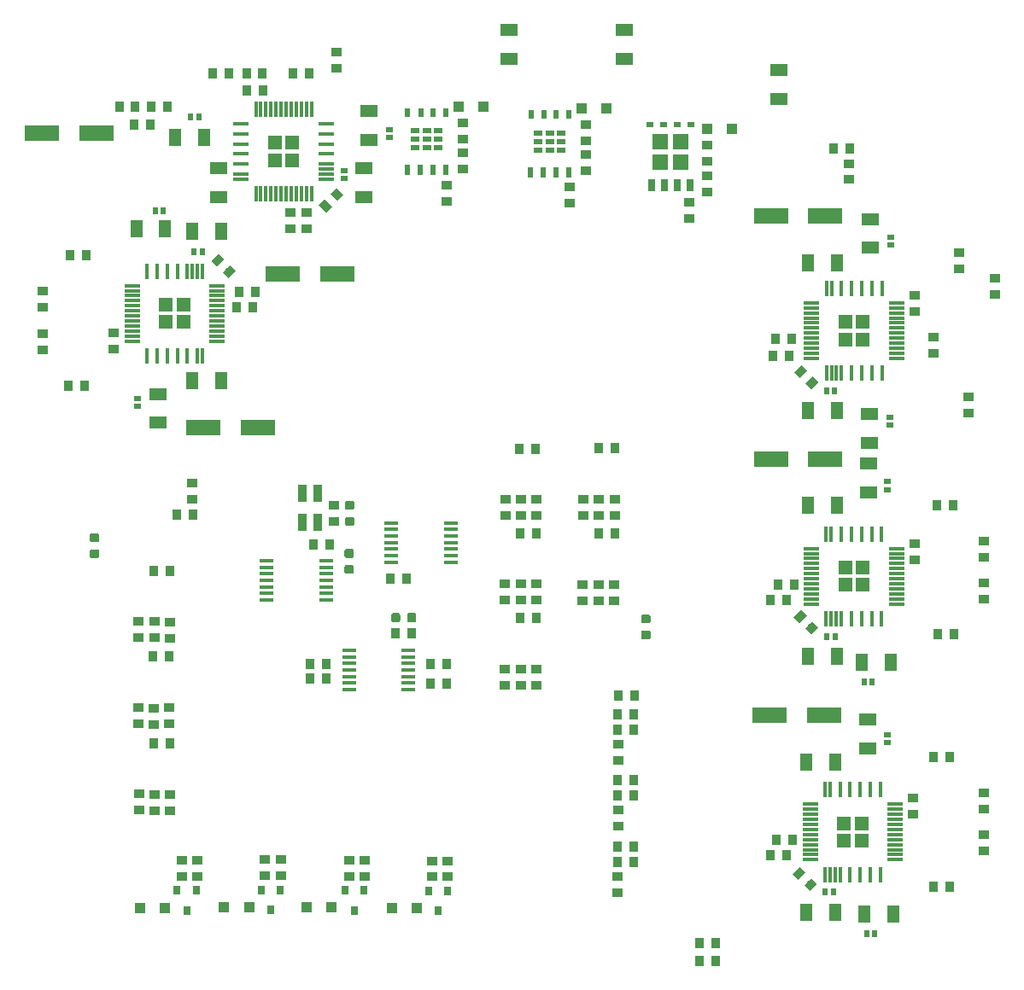
<source format=gtp>
%TF.GenerationSoftware,KiCad,Pcbnew,5.0.0-rc3-unknown-101b68b~65~ubuntu18.04.1*%
%TF.CreationDate,2018-07-10T22:47:36-07:00*%
%TF.ProjectId,PrntrBoardV1,50726E7472426F61726456312E6B6963,rev?*%
%TF.SameCoordinates,Original*%
%TF.FileFunction,Paste,Top*%
%TF.FilePolarity,Positive*%
%FSLAX46Y46*%
G04 Gerber Fmt 4.6, Leading zero omitted, Abs format (unit mm)*
G04 Created by KiCad (PCBNEW 5.0.0-rc3-unknown-101b68b~65~ubuntu18.04.1) date Tue Jul 10 22:47:36 2018*
%MOMM*%
%LPD*%
G01*
G04 APERTURE LIST*
%ADD10C,0.100000*%
%ADD11C,0.875000*%
%ADD12R,0.900000X1.750000*%
%ADD13R,1.500000X1.500000*%
%ADD14R,0.700000X0.500000*%
%ADD15R,0.650000X1.200000*%
%ADD16R,0.820000X1.000000*%
%ADD17R,1.000000X0.820000*%
%ADD18C,0.820000*%
%ADD19R,1.000000X1.000000*%
%ADD20R,0.575000X0.650000*%
%ADD21R,0.650000X0.575000*%
%ADD22R,1.800000X1.220000*%
%ADD23R,1.500000X0.300000*%
%ADD24R,0.300000X1.500000*%
%ADD25R,1.350000X1.350000*%
%ADD26R,3.500000X1.600000*%
%ADD27R,1.220000X1.800000*%
%ADD28R,1.450000X0.450000*%
%ADD29R,0.800000X0.900000*%
%ADD30R,0.900000X0.600000*%
%ADD31R,0.600000X0.900000*%
%ADD32R,0.600000X1.050000*%
G04 APERTURE END LIST*
D10*
G36*
X52927691Y-69488553D02*
X52948926Y-69491703D01*
X52969750Y-69496919D01*
X52989962Y-69504151D01*
X53009368Y-69513330D01*
X53027781Y-69524366D01*
X53045024Y-69537154D01*
X53060930Y-69551570D01*
X53075346Y-69567476D01*
X53088134Y-69584719D01*
X53099170Y-69603132D01*
X53108349Y-69622538D01*
X53115581Y-69642750D01*
X53120797Y-69663574D01*
X53123947Y-69684809D01*
X53125000Y-69706250D01*
X53125000Y-70143750D01*
X53123947Y-70165191D01*
X53120797Y-70186426D01*
X53115581Y-70207250D01*
X53108349Y-70227462D01*
X53099170Y-70246868D01*
X53088134Y-70265281D01*
X53075346Y-70282524D01*
X53060930Y-70298430D01*
X53045024Y-70312846D01*
X53027781Y-70325634D01*
X53009368Y-70336670D01*
X52989962Y-70345849D01*
X52969750Y-70353081D01*
X52948926Y-70358297D01*
X52927691Y-70361447D01*
X52906250Y-70362500D01*
X52393750Y-70362500D01*
X52372309Y-70361447D01*
X52351074Y-70358297D01*
X52330250Y-70353081D01*
X52310038Y-70345849D01*
X52290632Y-70336670D01*
X52272219Y-70325634D01*
X52254976Y-70312846D01*
X52239070Y-70298430D01*
X52224654Y-70282524D01*
X52211866Y-70265281D01*
X52200830Y-70246868D01*
X52191651Y-70227462D01*
X52184419Y-70207250D01*
X52179203Y-70186426D01*
X52176053Y-70165191D01*
X52175000Y-70143750D01*
X52175000Y-69706250D01*
X52176053Y-69684809D01*
X52179203Y-69663574D01*
X52184419Y-69642750D01*
X52191651Y-69622538D01*
X52200830Y-69603132D01*
X52211866Y-69584719D01*
X52224654Y-69567476D01*
X52239070Y-69551570D01*
X52254976Y-69537154D01*
X52272219Y-69524366D01*
X52290632Y-69513330D01*
X52310038Y-69504151D01*
X52330250Y-69496919D01*
X52351074Y-69491703D01*
X52372309Y-69488553D01*
X52393750Y-69487500D01*
X52906250Y-69487500D01*
X52927691Y-69488553D01*
X52927691Y-69488553D01*
G37*
D11*
X52650000Y-69925000D03*
D10*
G36*
X52927691Y-67913553D02*
X52948926Y-67916703D01*
X52969750Y-67921919D01*
X52989962Y-67929151D01*
X53009368Y-67938330D01*
X53027781Y-67949366D01*
X53045024Y-67962154D01*
X53060930Y-67976570D01*
X53075346Y-67992476D01*
X53088134Y-68009719D01*
X53099170Y-68028132D01*
X53108349Y-68047538D01*
X53115581Y-68067750D01*
X53120797Y-68088574D01*
X53123947Y-68109809D01*
X53125000Y-68131250D01*
X53125000Y-68568750D01*
X53123947Y-68590191D01*
X53120797Y-68611426D01*
X53115581Y-68632250D01*
X53108349Y-68652462D01*
X53099170Y-68671868D01*
X53088134Y-68690281D01*
X53075346Y-68707524D01*
X53060930Y-68723430D01*
X53045024Y-68737846D01*
X53027781Y-68750634D01*
X53009368Y-68761670D01*
X52989962Y-68770849D01*
X52969750Y-68778081D01*
X52948926Y-68783297D01*
X52927691Y-68786447D01*
X52906250Y-68787500D01*
X52393750Y-68787500D01*
X52372309Y-68786447D01*
X52351074Y-68783297D01*
X52330250Y-68778081D01*
X52310038Y-68770849D01*
X52290632Y-68761670D01*
X52272219Y-68750634D01*
X52254976Y-68737846D01*
X52239070Y-68723430D01*
X52224654Y-68707524D01*
X52211866Y-68690281D01*
X52200830Y-68671868D01*
X52191651Y-68652462D01*
X52184419Y-68632250D01*
X52179203Y-68611426D01*
X52176053Y-68590191D01*
X52175000Y-68568750D01*
X52175000Y-68131250D01*
X52176053Y-68109809D01*
X52179203Y-68088574D01*
X52184419Y-68067750D01*
X52191651Y-68047538D01*
X52200830Y-68028132D01*
X52211866Y-68009719D01*
X52224654Y-67992476D01*
X52239070Y-67976570D01*
X52254976Y-67962154D01*
X52272219Y-67949366D01*
X52290632Y-67938330D01*
X52310038Y-67929151D01*
X52330250Y-67921919D01*
X52351074Y-67916703D01*
X52372309Y-67913553D01*
X52393750Y-67912500D01*
X52906250Y-67912500D01*
X52927691Y-67913553D01*
X52927691Y-67913553D01*
G37*
D11*
X52650000Y-68350000D03*
D10*
G36*
X52877691Y-74263553D02*
X52898926Y-74266703D01*
X52919750Y-74271919D01*
X52939962Y-74279151D01*
X52959368Y-74288330D01*
X52977781Y-74299366D01*
X52995024Y-74312154D01*
X53010930Y-74326570D01*
X53025346Y-74342476D01*
X53038134Y-74359719D01*
X53049170Y-74378132D01*
X53058349Y-74397538D01*
X53065581Y-74417750D01*
X53070797Y-74438574D01*
X53073947Y-74459809D01*
X53075000Y-74481250D01*
X53075000Y-74918750D01*
X53073947Y-74940191D01*
X53070797Y-74961426D01*
X53065581Y-74982250D01*
X53058349Y-75002462D01*
X53049170Y-75021868D01*
X53038134Y-75040281D01*
X53025346Y-75057524D01*
X53010930Y-75073430D01*
X52995024Y-75087846D01*
X52977781Y-75100634D01*
X52959368Y-75111670D01*
X52939962Y-75120849D01*
X52919750Y-75128081D01*
X52898926Y-75133297D01*
X52877691Y-75136447D01*
X52856250Y-75137500D01*
X52343750Y-75137500D01*
X52322309Y-75136447D01*
X52301074Y-75133297D01*
X52280250Y-75128081D01*
X52260038Y-75120849D01*
X52240632Y-75111670D01*
X52222219Y-75100634D01*
X52204976Y-75087846D01*
X52189070Y-75073430D01*
X52174654Y-75057524D01*
X52161866Y-75040281D01*
X52150830Y-75021868D01*
X52141651Y-75002462D01*
X52134419Y-74982250D01*
X52129203Y-74961426D01*
X52126053Y-74940191D01*
X52125000Y-74918750D01*
X52125000Y-74481250D01*
X52126053Y-74459809D01*
X52129203Y-74438574D01*
X52134419Y-74417750D01*
X52141651Y-74397538D01*
X52150830Y-74378132D01*
X52161866Y-74359719D01*
X52174654Y-74342476D01*
X52189070Y-74326570D01*
X52204976Y-74312154D01*
X52222219Y-74299366D01*
X52240632Y-74288330D01*
X52260038Y-74279151D01*
X52280250Y-74271919D01*
X52301074Y-74266703D01*
X52322309Y-74263553D01*
X52343750Y-74262500D01*
X52856250Y-74262500D01*
X52877691Y-74263553D01*
X52877691Y-74263553D01*
G37*
D11*
X52600000Y-74700000D03*
D10*
G36*
X52877691Y-72688553D02*
X52898926Y-72691703D01*
X52919750Y-72696919D01*
X52939962Y-72704151D01*
X52959368Y-72713330D01*
X52977781Y-72724366D01*
X52995024Y-72737154D01*
X53010930Y-72751570D01*
X53025346Y-72767476D01*
X53038134Y-72784719D01*
X53049170Y-72803132D01*
X53058349Y-72822538D01*
X53065581Y-72842750D01*
X53070797Y-72863574D01*
X53073947Y-72884809D01*
X53075000Y-72906250D01*
X53075000Y-73343750D01*
X53073947Y-73365191D01*
X53070797Y-73386426D01*
X53065581Y-73407250D01*
X53058349Y-73427462D01*
X53049170Y-73446868D01*
X53038134Y-73465281D01*
X53025346Y-73482524D01*
X53010930Y-73498430D01*
X52995024Y-73512846D01*
X52977781Y-73525634D01*
X52959368Y-73536670D01*
X52939962Y-73545849D01*
X52919750Y-73553081D01*
X52898926Y-73558297D01*
X52877691Y-73561447D01*
X52856250Y-73562500D01*
X52343750Y-73562500D01*
X52322309Y-73561447D01*
X52301074Y-73558297D01*
X52280250Y-73553081D01*
X52260038Y-73545849D01*
X52240632Y-73536670D01*
X52222219Y-73525634D01*
X52204976Y-73512846D01*
X52189070Y-73498430D01*
X52174654Y-73482524D01*
X52161866Y-73465281D01*
X52150830Y-73446868D01*
X52141651Y-73427462D01*
X52134419Y-73407250D01*
X52129203Y-73386426D01*
X52126053Y-73365191D01*
X52125000Y-73343750D01*
X52125000Y-72906250D01*
X52126053Y-72884809D01*
X52129203Y-72863574D01*
X52134419Y-72842750D01*
X52141651Y-72822538D01*
X52150830Y-72803132D01*
X52161866Y-72784719D01*
X52174654Y-72767476D01*
X52189070Y-72751570D01*
X52204976Y-72737154D01*
X52222219Y-72724366D01*
X52240632Y-72713330D01*
X52260038Y-72704151D01*
X52280250Y-72696919D01*
X52301074Y-72691703D01*
X52322309Y-72688553D01*
X52343750Y-72687500D01*
X52856250Y-72687500D01*
X52877691Y-72688553D01*
X52877691Y-72688553D01*
G37*
D11*
X52600000Y-73125000D03*
D10*
G36*
X59027691Y-79026053D02*
X59048926Y-79029203D01*
X59069750Y-79034419D01*
X59089962Y-79041651D01*
X59109368Y-79050830D01*
X59127781Y-79061866D01*
X59145024Y-79074654D01*
X59160930Y-79089070D01*
X59175346Y-79104976D01*
X59188134Y-79122219D01*
X59199170Y-79140632D01*
X59208349Y-79160038D01*
X59215581Y-79180250D01*
X59220797Y-79201074D01*
X59223947Y-79222309D01*
X59225000Y-79243750D01*
X59225000Y-79756250D01*
X59223947Y-79777691D01*
X59220797Y-79798926D01*
X59215581Y-79819750D01*
X59208349Y-79839962D01*
X59199170Y-79859368D01*
X59188134Y-79877781D01*
X59175346Y-79895024D01*
X59160930Y-79910930D01*
X59145024Y-79925346D01*
X59127781Y-79938134D01*
X59109368Y-79949170D01*
X59089962Y-79958349D01*
X59069750Y-79965581D01*
X59048926Y-79970797D01*
X59027691Y-79973947D01*
X59006250Y-79975000D01*
X58568750Y-79975000D01*
X58547309Y-79973947D01*
X58526074Y-79970797D01*
X58505250Y-79965581D01*
X58485038Y-79958349D01*
X58465632Y-79949170D01*
X58447219Y-79938134D01*
X58429976Y-79925346D01*
X58414070Y-79910930D01*
X58399654Y-79895024D01*
X58386866Y-79877781D01*
X58375830Y-79859368D01*
X58366651Y-79839962D01*
X58359419Y-79819750D01*
X58354203Y-79798926D01*
X58351053Y-79777691D01*
X58350000Y-79756250D01*
X58350000Y-79243750D01*
X58351053Y-79222309D01*
X58354203Y-79201074D01*
X58359419Y-79180250D01*
X58366651Y-79160038D01*
X58375830Y-79140632D01*
X58386866Y-79122219D01*
X58399654Y-79104976D01*
X58414070Y-79089070D01*
X58429976Y-79074654D01*
X58447219Y-79061866D01*
X58465632Y-79050830D01*
X58485038Y-79041651D01*
X58505250Y-79034419D01*
X58526074Y-79029203D01*
X58547309Y-79026053D01*
X58568750Y-79025000D01*
X59006250Y-79025000D01*
X59027691Y-79026053D01*
X59027691Y-79026053D01*
G37*
D11*
X58787500Y-79500000D03*
D10*
G36*
X57452691Y-79026053D02*
X57473926Y-79029203D01*
X57494750Y-79034419D01*
X57514962Y-79041651D01*
X57534368Y-79050830D01*
X57552781Y-79061866D01*
X57570024Y-79074654D01*
X57585930Y-79089070D01*
X57600346Y-79104976D01*
X57613134Y-79122219D01*
X57624170Y-79140632D01*
X57633349Y-79160038D01*
X57640581Y-79180250D01*
X57645797Y-79201074D01*
X57648947Y-79222309D01*
X57650000Y-79243750D01*
X57650000Y-79756250D01*
X57648947Y-79777691D01*
X57645797Y-79798926D01*
X57640581Y-79819750D01*
X57633349Y-79839962D01*
X57624170Y-79859368D01*
X57613134Y-79877781D01*
X57600346Y-79895024D01*
X57585930Y-79910930D01*
X57570024Y-79925346D01*
X57552781Y-79938134D01*
X57534368Y-79949170D01*
X57514962Y-79958349D01*
X57494750Y-79965581D01*
X57473926Y-79970797D01*
X57452691Y-79973947D01*
X57431250Y-79975000D01*
X56993750Y-79975000D01*
X56972309Y-79973947D01*
X56951074Y-79970797D01*
X56930250Y-79965581D01*
X56910038Y-79958349D01*
X56890632Y-79949170D01*
X56872219Y-79938134D01*
X56854976Y-79925346D01*
X56839070Y-79910930D01*
X56824654Y-79895024D01*
X56811866Y-79877781D01*
X56800830Y-79859368D01*
X56791651Y-79839962D01*
X56784419Y-79819750D01*
X56779203Y-79798926D01*
X56776053Y-79777691D01*
X56775000Y-79756250D01*
X56775000Y-79243750D01*
X56776053Y-79222309D01*
X56779203Y-79201074D01*
X56784419Y-79180250D01*
X56791651Y-79160038D01*
X56800830Y-79140632D01*
X56811866Y-79122219D01*
X56824654Y-79104976D01*
X56839070Y-79089070D01*
X56854976Y-79074654D01*
X56872219Y-79061866D01*
X56890632Y-79050830D01*
X56910038Y-79041651D01*
X56930250Y-79034419D01*
X56951074Y-79029203D01*
X56972309Y-79026053D01*
X56993750Y-79025000D01*
X57431250Y-79025000D01*
X57452691Y-79026053D01*
X57452691Y-79026053D01*
G37*
D11*
X57212500Y-79500000D03*
D12*
X49479500Y-70030000D03*
X49479500Y-67130000D03*
X47929500Y-67130000D03*
X47929500Y-70030000D03*
D13*
X83455000Y-34271200D03*
X85455000Y-34271200D03*
X85455000Y-32271200D03*
X83455000Y-32271200D03*
D14*
X82455000Y-30596200D03*
X83790000Y-30596200D03*
X85120000Y-30596200D03*
X86455000Y-30596200D03*
D15*
X82550000Y-36596200D03*
X83820000Y-36596200D03*
X85090000Y-36596200D03*
X86360000Y-36596200D03*
D10*
G36*
X27627691Y-72713553D02*
X27648926Y-72716703D01*
X27669750Y-72721919D01*
X27689962Y-72729151D01*
X27709368Y-72738330D01*
X27727781Y-72749366D01*
X27745024Y-72762154D01*
X27760930Y-72776570D01*
X27775346Y-72792476D01*
X27788134Y-72809719D01*
X27799170Y-72828132D01*
X27808349Y-72847538D01*
X27815581Y-72867750D01*
X27820797Y-72888574D01*
X27823947Y-72909809D01*
X27825000Y-72931250D01*
X27825000Y-73368750D01*
X27823947Y-73390191D01*
X27820797Y-73411426D01*
X27815581Y-73432250D01*
X27808349Y-73452462D01*
X27799170Y-73471868D01*
X27788134Y-73490281D01*
X27775346Y-73507524D01*
X27760930Y-73523430D01*
X27745024Y-73537846D01*
X27727781Y-73550634D01*
X27709368Y-73561670D01*
X27689962Y-73570849D01*
X27669750Y-73578081D01*
X27648926Y-73583297D01*
X27627691Y-73586447D01*
X27606250Y-73587500D01*
X27093750Y-73587500D01*
X27072309Y-73586447D01*
X27051074Y-73583297D01*
X27030250Y-73578081D01*
X27010038Y-73570849D01*
X26990632Y-73561670D01*
X26972219Y-73550634D01*
X26954976Y-73537846D01*
X26939070Y-73523430D01*
X26924654Y-73507524D01*
X26911866Y-73490281D01*
X26900830Y-73471868D01*
X26891651Y-73452462D01*
X26884419Y-73432250D01*
X26879203Y-73411426D01*
X26876053Y-73390191D01*
X26875000Y-73368750D01*
X26875000Y-72931250D01*
X26876053Y-72909809D01*
X26879203Y-72888574D01*
X26884419Y-72867750D01*
X26891651Y-72847538D01*
X26900830Y-72828132D01*
X26911866Y-72809719D01*
X26924654Y-72792476D01*
X26939070Y-72776570D01*
X26954976Y-72762154D01*
X26972219Y-72749366D01*
X26990632Y-72738330D01*
X27010038Y-72729151D01*
X27030250Y-72721919D01*
X27051074Y-72716703D01*
X27072309Y-72713553D01*
X27093750Y-72712500D01*
X27606250Y-72712500D01*
X27627691Y-72713553D01*
X27627691Y-72713553D01*
G37*
D11*
X27350000Y-73150000D03*
D10*
G36*
X27627691Y-71138553D02*
X27648926Y-71141703D01*
X27669750Y-71146919D01*
X27689962Y-71154151D01*
X27709368Y-71163330D01*
X27727781Y-71174366D01*
X27745024Y-71187154D01*
X27760930Y-71201570D01*
X27775346Y-71217476D01*
X27788134Y-71234719D01*
X27799170Y-71253132D01*
X27808349Y-71272538D01*
X27815581Y-71292750D01*
X27820797Y-71313574D01*
X27823947Y-71334809D01*
X27825000Y-71356250D01*
X27825000Y-71793750D01*
X27823947Y-71815191D01*
X27820797Y-71836426D01*
X27815581Y-71857250D01*
X27808349Y-71877462D01*
X27799170Y-71896868D01*
X27788134Y-71915281D01*
X27775346Y-71932524D01*
X27760930Y-71948430D01*
X27745024Y-71962846D01*
X27727781Y-71975634D01*
X27709368Y-71986670D01*
X27689962Y-71995849D01*
X27669750Y-72003081D01*
X27648926Y-72008297D01*
X27627691Y-72011447D01*
X27606250Y-72012500D01*
X27093750Y-72012500D01*
X27072309Y-72011447D01*
X27051074Y-72008297D01*
X27030250Y-72003081D01*
X27010038Y-71995849D01*
X26990632Y-71986670D01*
X26972219Y-71975634D01*
X26954976Y-71962846D01*
X26939070Y-71948430D01*
X26924654Y-71932524D01*
X26911866Y-71915281D01*
X26900830Y-71896868D01*
X26891651Y-71877462D01*
X26884419Y-71857250D01*
X26879203Y-71836426D01*
X26876053Y-71815191D01*
X26875000Y-71793750D01*
X26875000Y-71356250D01*
X26876053Y-71334809D01*
X26879203Y-71313574D01*
X26884419Y-71292750D01*
X26891651Y-71272538D01*
X26900830Y-71253132D01*
X26911866Y-71234719D01*
X26924654Y-71217476D01*
X26939070Y-71201570D01*
X26954976Y-71187154D01*
X26972219Y-71174366D01*
X26990632Y-71163330D01*
X27010038Y-71154151D01*
X27030250Y-71146919D01*
X27051074Y-71141703D01*
X27072309Y-71138553D01*
X27093750Y-71137500D01*
X27606250Y-71137500D01*
X27627691Y-71138553D01*
X27627691Y-71138553D01*
G37*
D11*
X27350000Y-71575000D03*
D10*
G36*
X82277691Y-80763553D02*
X82298926Y-80766703D01*
X82319750Y-80771919D01*
X82339962Y-80779151D01*
X82359368Y-80788330D01*
X82377781Y-80799366D01*
X82395024Y-80812154D01*
X82410930Y-80826570D01*
X82425346Y-80842476D01*
X82438134Y-80859719D01*
X82449170Y-80878132D01*
X82458349Y-80897538D01*
X82465581Y-80917750D01*
X82470797Y-80938574D01*
X82473947Y-80959809D01*
X82475000Y-80981250D01*
X82475000Y-81418750D01*
X82473947Y-81440191D01*
X82470797Y-81461426D01*
X82465581Y-81482250D01*
X82458349Y-81502462D01*
X82449170Y-81521868D01*
X82438134Y-81540281D01*
X82425346Y-81557524D01*
X82410930Y-81573430D01*
X82395024Y-81587846D01*
X82377781Y-81600634D01*
X82359368Y-81611670D01*
X82339962Y-81620849D01*
X82319750Y-81628081D01*
X82298926Y-81633297D01*
X82277691Y-81636447D01*
X82256250Y-81637500D01*
X81743750Y-81637500D01*
X81722309Y-81636447D01*
X81701074Y-81633297D01*
X81680250Y-81628081D01*
X81660038Y-81620849D01*
X81640632Y-81611670D01*
X81622219Y-81600634D01*
X81604976Y-81587846D01*
X81589070Y-81573430D01*
X81574654Y-81557524D01*
X81561866Y-81540281D01*
X81550830Y-81521868D01*
X81541651Y-81502462D01*
X81534419Y-81482250D01*
X81529203Y-81461426D01*
X81526053Y-81440191D01*
X81525000Y-81418750D01*
X81525000Y-80981250D01*
X81526053Y-80959809D01*
X81529203Y-80938574D01*
X81534419Y-80917750D01*
X81541651Y-80897538D01*
X81550830Y-80878132D01*
X81561866Y-80859719D01*
X81574654Y-80842476D01*
X81589070Y-80826570D01*
X81604976Y-80812154D01*
X81622219Y-80799366D01*
X81640632Y-80788330D01*
X81660038Y-80779151D01*
X81680250Y-80771919D01*
X81701074Y-80766703D01*
X81722309Y-80763553D01*
X81743750Y-80762500D01*
X82256250Y-80762500D01*
X82277691Y-80763553D01*
X82277691Y-80763553D01*
G37*
D11*
X82000000Y-81200000D03*
D10*
G36*
X82277691Y-79188553D02*
X82298926Y-79191703D01*
X82319750Y-79196919D01*
X82339962Y-79204151D01*
X82359368Y-79213330D01*
X82377781Y-79224366D01*
X82395024Y-79237154D01*
X82410930Y-79251570D01*
X82425346Y-79267476D01*
X82438134Y-79284719D01*
X82449170Y-79303132D01*
X82458349Y-79322538D01*
X82465581Y-79342750D01*
X82470797Y-79363574D01*
X82473947Y-79384809D01*
X82475000Y-79406250D01*
X82475000Y-79843750D01*
X82473947Y-79865191D01*
X82470797Y-79886426D01*
X82465581Y-79907250D01*
X82458349Y-79927462D01*
X82449170Y-79946868D01*
X82438134Y-79965281D01*
X82425346Y-79982524D01*
X82410930Y-79998430D01*
X82395024Y-80012846D01*
X82377781Y-80025634D01*
X82359368Y-80036670D01*
X82339962Y-80045849D01*
X82319750Y-80053081D01*
X82298926Y-80058297D01*
X82277691Y-80061447D01*
X82256250Y-80062500D01*
X81743750Y-80062500D01*
X81722309Y-80061447D01*
X81701074Y-80058297D01*
X81680250Y-80053081D01*
X81660038Y-80045849D01*
X81640632Y-80036670D01*
X81622219Y-80025634D01*
X81604976Y-80012846D01*
X81589070Y-79998430D01*
X81574654Y-79982524D01*
X81561866Y-79965281D01*
X81550830Y-79946868D01*
X81541651Y-79927462D01*
X81534419Y-79907250D01*
X81529203Y-79886426D01*
X81526053Y-79865191D01*
X81525000Y-79843750D01*
X81525000Y-79406250D01*
X81526053Y-79384809D01*
X81529203Y-79363574D01*
X81534419Y-79342750D01*
X81541651Y-79322538D01*
X81550830Y-79303132D01*
X81561866Y-79284719D01*
X81574654Y-79267476D01*
X81589070Y-79251570D01*
X81604976Y-79237154D01*
X81622219Y-79224366D01*
X81640632Y-79213330D01*
X81660038Y-79204151D01*
X81680250Y-79196919D01*
X81701074Y-79191703D01*
X81722309Y-79188553D01*
X81743750Y-79187500D01*
X82256250Y-79187500D01*
X82277691Y-79188553D01*
X82277691Y-79188553D01*
G37*
D11*
X82000000Y-79625000D03*
D16*
X35519400Y-69292600D03*
X37119400Y-69292600D03*
D17*
X37043400Y-66168600D03*
X37043400Y-67768600D03*
D16*
X100596800Y-32918400D03*
X102196800Y-32918400D03*
X32850000Y-30600000D03*
X31250000Y-30600000D03*
X88950800Y-113588800D03*
X87350800Y-113588800D03*
X87350600Y-111785400D03*
X88950600Y-111785400D03*
X34600000Y-28800000D03*
X33000000Y-28800000D03*
D17*
X102133400Y-34429800D03*
X102133400Y-36029800D03*
D18*
X97217430Y-104837430D03*
D10*
G36*
X97860897Y-104773790D02*
X97153790Y-105480897D01*
X96573963Y-104901070D01*
X97281070Y-104193963D01*
X97860897Y-104773790D01*
X97860897Y-104773790D01*
G37*
D18*
X98348800Y-105968800D03*
D10*
G36*
X98992267Y-105905160D02*
X98285160Y-106612267D01*
X97705333Y-106032440D01*
X98412440Y-105325333D01*
X98992267Y-105905160D01*
X98992267Y-105905160D01*
G37*
D17*
X51117500Y-68326000D03*
X51117500Y-69926000D03*
D16*
X50350000Y-84050000D03*
X48750000Y-84050000D03*
X60650000Y-86000000D03*
X62250000Y-86000000D03*
X50350000Y-85550000D03*
X48750000Y-85550000D03*
X60650000Y-84050000D03*
X62250000Y-84050000D03*
D19*
X88076400Y-30962600D03*
X90576400Y-30962600D03*
X63410600Y-28778200D03*
X65910600Y-28778200D03*
X75615300Y-28930600D03*
X78115300Y-28930600D03*
X34327500Y-108267500D03*
X31827500Y-108267500D03*
X50837500Y-108204000D03*
X48337500Y-108204000D03*
X42668500Y-108204000D03*
X40168500Y-108204000D03*
X59310000Y-108317500D03*
X56810000Y-108317500D03*
D20*
X38017500Y-43180000D03*
X37242500Y-43180000D03*
X36892100Y-29842400D03*
X37667100Y-29842400D03*
D21*
X106172000Y-60369500D03*
X106172000Y-59594500D03*
X106299000Y-41738500D03*
X106299000Y-42513500D03*
D20*
X104413100Y-85852000D03*
X103638100Y-85852000D03*
D21*
X105968800Y-66008100D03*
X105968800Y-66783100D03*
X56570800Y-31093300D03*
X56570800Y-31868300D03*
D20*
X99802900Y-106730800D03*
X100577900Y-106730800D03*
X104717900Y-110845600D03*
X103942900Y-110845600D03*
D21*
X31597600Y-58489900D03*
X31597600Y-57714900D03*
X105968800Y-91116100D03*
X105968800Y-91891100D03*
D20*
X99955300Y-56997600D03*
X100730300Y-56997600D03*
X99980500Y-81381600D03*
X100755500Y-81381600D03*
X33375000Y-39100000D03*
X34150000Y-39100000D03*
D21*
X52100400Y-35932300D03*
X52100400Y-35157300D03*
D22*
X68453000Y-24043600D03*
X68453000Y-21183600D03*
X95199200Y-28031400D03*
X95199200Y-25171400D03*
X79883000Y-24018200D03*
X79883000Y-21158200D03*
D23*
X106704599Y-103507300D03*
X106704599Y-103007300D03*
X106704599Y-102507300D03*
X106704599Y-102007300D03*
X106704599Y-101507300D03*
X106704599Y-101007300D03*
X106704599Y-100507300D03*
X106704599Y-100007300D03*
X106704599Y-99507300D03*
X106704599Y-99007300D03*
X106704599Y-98507300D03*
X106704599Y-98007300D03*
D24*
X105254599Y-96557300D03*
X104254599Y-96557300D03*
X103254599Y-96557300D03*
X102254599Y-96557300D03*
X101254599Y-96557300D03*
X100254599Y-96557300D03*
X99754599Y-96557300D03*
D23*
X98304599Y-98007300D03*
X98304599Y-98507300D03*
X98304599Y-99007300D03*
X98304599Y-99507300D03*
X98304599Y-100007300D03*
X98304599Y-100507300D03*
X98304599Y-101007300D03*
X98304599Y-101507300D03*
X98304599Y-102007300D03*
X98304599Y-102507300D03*
X98304599Y-103007300D03*
X98304599Y-103507300D03*
D24*
X99754599Y-104957300D03*
X100254599Y-104957300D03*
X100754599Y-104957300D03*
X101254599Y-104957300D03*
X102254599Y-104957300D03*
X103254599Y-104957300D03*
X104254599Y-104957300D03*
X105254599Y-104957300D03*
D25*
X101629599Y-99882300D03*
X101629599Y-101632300D03*
X103379599Y-99882300D03*
X103379599Y-101632300D03*
D23*
X31106201Y-46546700D03*
X31106201Y-47046700D03*
X31106201Y-47546700D03*
X31106201Y-48046700D03*
X31106201Y-48546700D03*
X31106201Y-49046700D03*
X31106201Y-49546700D03*
X31106201Y-50046700D03*
X31106201Y-50546700D03*
X31106201Y-51046700D03*
X31106201Y-51546700D03*
X31106201Y-52046700D03*
D24*
X32556201Y-53496700D03*
X33556201Y-53496700D03*
X34556201Y-53496700D03*
X35556201Y-53496700D03*
X36556201Y-53496700D03*
X37556201Y-53496700D03*
X38056201Y-53496700D03*
D23*
X39506201Y-52046700D03*
X39506201Y-51546700D03*
X39506201Y-51046700D03*
X39506201Y-50546700D03*
X39506201Y-50046700D03*
X39506201Y-49546700D03*
X39506201Y-49046700D03*
X39506201Y-48546700D03*
X39506201Y-48046700D03*
X39506201Y-47546700D03*
X39506201Y-47046700D03*
X39506201Y-46546700D03*
D24*
X38056201Y-45096700D03*
X37556201Y-45096700D03*
X37056201Y-45096700D03*
X36556201Y-45096700D03*
X35556201Y-45096700D03*
X34556201Y-45096700D03*
X33556201Y-45096700D03*
X32556201Y-45096700D03*
D25*
X36181201Y-50171700D03*
X36181201Y-48421700D03*
X34431201Y-50171700D03*
X34431201Y-48421700D03*
D23*
X106843399Y-78127300D03*
X106843399Y-77627300D03*
X106843399Y-77127300D03*
X106843399Y-76627300D03*
X106843399Y-76127300D03*
X106843399Y-75627300D03*
X106843399Y-75127300D03*
X106843399Y-74627300D03*
X106843399Y-74127300D03*
X106843399Y-73627300D03*
X106843399Y-73127300D03*
X106843399Y-72627300D03*
D24*
X105393399Y-71177300D03*
X104393399Y-71177300D03*
X103393399Y-71177300D03*
X102393399Y-71177300D03*
X101393399Y-71177300D03*
X100393399Y-71177300D03*
X99893399Y-71177300D03*
D23*
X98443399Y-72627300D03*
X98443399Y-73127300D03*
X98443399Y-73627300D03*
X98443399Y-74127300D03*
X98443399Y-74627300D03*
X98443399Y-75127300D03*
X98443399Y-75627300D03*
X98443399Y-76127300D03*
X98443399Y-76627300D03*
X98443399Y-77127300D03*
X98443399Y-77627300D03*
X98443399Y-78127300D03*
D24*
X99893399Y-79577300D03*
X100393399Y-79577300D03*
X100893399Y-79577300D03*
X101393399Y-79577300D03*
X102393399Y-79577300D03*
X103393399Y-79577300D03*
X104393399Y-79577300D03*
X105393399Y-79577300D03*
D25*
X101768399Y-74502300D03*
X101768399Y-76252300D03*
X103518399Y-74502300D03*
X103518399Y-76252300D03*
D23*
X106856999Y-53754500D03*
X106856999Y-53254500D03*
X106856999Y-52754500D03*
X106856999Y-52254500D03*
X106856999Y-51754500D03*
X106856999Y-51254500D03*
X106856999Y-50754500D03*
X106856999Y-50254500D03*
X106856999Y-49754500D03*
X106856999Y-49254500D03*
X106856999Y-48754500D03*
X106856999Y-48254500D03*
D24*
X105406999Y-46804500D03*
X104406999Y-46804500D03*
X103406999Y-46804500D03*
X102406999Y-46804500D03*
X101406999Y-46804500D03*
X100406999Y-46804500D03*
X99906999Y-46804500D03*
D23*
X98456999Y-48254500D03*
X98456999Y-48754500D03*
X98456999Y-49254500D03*
X98456999Y-49754500D03*
X98456999Y-50254500D03*
X98456999Y-50754500D03*
X98456999Y-51254500D03*
X98456999Y-51754500D03*
X98456999Y-52254500D03*
X98456999Y-52754500D03*
X98456999Y-53254500D03*
X98456999Y-53754500D03*
D24*
X99906999Y-55204500D03*
X100406999Y-55204500D03*
X100906999Y-55204500D03*
X101406999Y-55204500D03*
X102406999Y-55204500D03*
X103406999Y-55204500D03*
X104406999Y-55204500D03*
X105406999Y-55204500D03*
D25*
X101781999Y-50129500D03*
X101781999Y-51879500D03*
X103531999Y-50129500D03*
X103531999Y-51879500D03*
D24*
X48846100Y-29035401D03*
X48346100Y-29035401D03*
X47846100Y-29035401D03*
X47346100Y-29035401D03*
X46846100Y-29035401D03*
X46346100Y-29035401D03*
X45846100Y-29035401D03*
X45346100Y-29035401D03*
X44846100Y-29035401D03*
X44346100Y-29035401D03*
X43846100Y-29035401D03*
X43346100Y-29035401D03*
D23*
X41896100Y-30485401D03*
X41896100Y-31485401D03*
X41896100Y-32485401D03*
X41896100Y-33485401D03*
X41896100Y-34485401D03*
X41896100Y-35485401D03*
X41896100Y-35985401D03*
D24*
X43346100Y-37435401D03*
X43846100Y-37435401D03*
X44346100Y-37435401D03*
X44846100Y-37435401D03*
X45346100Y-37435401D03*
X45846100Y-37435401D03*
X46346100Y-37435401D03*
X46846100Y-37435401D03*
X47346100Y-37435401D03*
X47846100Y-37435401D03*
X48346100Y-37435401D03*
X48846100Y-37435401D03*
D23*
X50296100Y-35985401D03*
X50296100Y-35485401D03*
X50296100Y-34985401D03*
X50296100Y-34485401D03*
X50296100Y-33485401D03*
X50296100Y-32485401D03*
X50296100Y-31485401D03*
X50296100Y-30485401D03*
D25*
X45221100Y-34110401D03*
X46971100Y-34110401D03*
X45221100Y-32360401D03*
X46971100Y-32360401D03*
D26*
X22150000Y-31450000D03*
X27550000Y-31450000D03*
D16*
X31400000Y-28800000D03*
X29800000Y-28800000D03*
D17*
X63830200Y-34975800D03*
X63830200Y-33375800D03*
X33274500Y-79874000D03*
X33274500Y-81474000D03*
X88087200Y-37236200D03*
X88087200Y-35636200D03*
X69609000Y-76135000D03*
X69609000Y-77735000D03*
X77350000Y-67750000D03*
X77350000Y-69350000D03*
X33211000Y-88472000D03*
X33211000Y-90072000D03*
X69609000Y-67765900D03*
X69609000Y-69365900D03*
X33274500Y-97019000D03*
X33274500Y-98619000D03*
X77300000Y-76200000D03*
X77300000Y-77800000D03*
X69609000Y-84568000D03*
X69609000Y-86168000D03*
X76034900Y-35179000D03*
X76034900Y-33579000D03*
D26*
X94400000Y-39650000D03*
X99800000Y-39650000D03*
X43560000Y-60640000D03*
X38160000Y-60640000D03*
X94250000Y-89200000D03*
X99650000Y-89200000D03*
X46000000Y-45400000D03*
X51400000Y-45400000D03*
X94400000Y-63750000D03*
X99800000Y-63750000D03*
D18*
X40703500Y-45148500D03*
D10*
G36*
X40060033Y-45212140D02*
X40767140Y-44505033D01*
X41346967Y-45084860D01*
X40639860Y-45791967D01*
X40060033Y-45212140D01*
X40060033Y-45212140D01*
G37*
D18*
X39572130Y-44017130D03*
D10*
G36*
X38928663Y-44080770D02*
X39635770Y-43373663D01*
X40215597Y-43953490D01*
X39508490Y-44660597D01*
X38928663Y-44080770D01*
X38928663Y-44080770D01*
G37*
D17*
X22225000Y-48704500D03*
X22225000Y-47104500D03*
D16*
X24892000Y-43535600D03*
X26492000Y-43535600D03*
D17*
X22225000Y-51308000D03*
X22225000Y-52908000D03*
X29210000Y-52844500D03*
X29210000Y-51244500D03*
D16*
X41719500Y-47180500D03*
X43319500Y-47180500D03*
X57205500Y-81053000D03*
X58805500Y-81053000D03*
X112115600Y-106222800D03*
X110515600Y-106222800D03*
X34811000Y-74857500D03*
X33211000Y-74857500D03*
X79211000Y-89107700D03*
X80811000Y-89107700D03*
X95961200Y-103022400D03*
X94361200Y-103022400D03*
D17*
X108500000Y-97400000D03*
X108500000Y-99000000D03*
X115506500Y-101028500D03*
X115506500Y-102628500D03*
D16*
X24739600Y-56489600D03*
X26339600Y-56489600D03*
D17*
X108700000Y-72136000D03*
X108700000Y-73736000D03*
X115506500Y-98501000D03*
X115506500Y-96901000D03*
D16*
X71133000Y-71118500D03*
X69533000Y-71118500D03*
X78930800Y-62685700D03*
X77330800Y-62685700D03*
X41452800Y-48717200D03*
X43052800Y-48717200D03*
X71056600Y-62711100D03*
X69456600Y-62711100D03*
X112115600Y-93319600D03*
X110515600Y-93319600D03*
X95961200Y-77774800D03*
X94361200Y-77774800D03*
X96570800Y-101498400D03*
X94970800Y-101498400D03*
D17*
X115506500Y-73469500D03*
X115506500Y-71869500D03*
D16*
X112522000Y-81127600D03*
X110922000Y-81127600D03*
X112471200Y-68326000D03*
X110871200Y-68326000D03*
D17*
X115506500Y-76009500D03*
X115506500Y-77609500D03*
D16*
X34735000Y-83303000D03*
X33135000Y-83303000D03*
X58242000Y-75628500D03*
X56642000Y-75628500D03*
D18*
X97319030Y-79335830D03*
D10*
G36*
X97962497Y-79272190D02*
X97255390Y-79979297D01*
X96675563Y-79399470D01*
X97382670Y-78692363D01*
X97962497Y-79272190D01*
X97962497Y-79272190D01*
G37*
D18*
X98450400Y-80467200D03*
D10*
G36*
X99093867Y-80403560D02*
X98386760Y-81110667D01*
X97806933Y-80530840D01*
X98514040Y-79823733D01*
X99093867Y-80403560D01*
X99093867Y-80403560D01*
G37*
D16*
X96189600Y-53492400D03*
X94589600Y-53492400D03*
D17*
X108650000Y-47550000D03*
X108650000Y-49150000D03*
X113046800Y-44893600D03*
X113046800Y-43293600D03*
X110490000Y-51689000D03*
X110490000Y-53289000D03*
X116600000Y-47450000D03*
X116600000Y-45850000D03*
D16*
X34798500Y-91939000D03*
X33198500Y-91939000D03*
X78943500Y-71118500D03*
X77343500Y-71118500D03*
D17*
X48400000Y-39300000D03*
X48400000Y-40900000D03*
D16*
X42474000Y-27150000D03*
X44074000Y-27150000D03*
X40695600Y-25473600D03*
X39095600Y-25473600D03*
D17*
X114000000Y-57600000D03*
X114000000Y-59200000D03*
D16*
X49073000Y-72199500D03*
X50673000Y-72199500D03*
X47058500Y-25499000D03*
X48658500Y-25499000D03*
D17*
X51338400Y-23390800D03*
X51338400Y-24990800D03*
D16*
X96723200Y-76200000D03*
X95123200Y-76200000D03*
X71145500Y-79500500D03*
X69545500Y-79500500D03*
X79185600Y-95597400D03*
X80785600Y-95597400D03*
X79185600Y-102226800D03*
X80785600Y-102226800D03*
X44010500Y-25499000D03*
X42410500Y-25499000D03*
X96469200Y-51866800D03*
X94869200Y-51866800D03*
D18*
X50245130Y-38631870D03*
D10*
G36*
X50181490Y-37988403D02*
X50888597Y-38695510D01*
X50308770Y-39275337D01*
X49601663Y-38568230D01*
X50181490Y-37988403D01*
X50181490Y-37988403D01*
G37*
D18*
X51376500Y-37500500D03*
D10*
G36*
X51312860Y-36857033D02*
X52019967Y-37564140D01*
X51440140Y-38143967D01*
X50733033Y-37436860D01*
X51312860Y-36857033D01*
X51312860Y-36857033D01*
G37*
D17*
X46750000Y-39300000D03*
X46750000Y-40900000D03*
D18*
X97369830Y-55053430D03*
D10*
G36*
X98013297Y-54989790D02*
X97306190Y-55696897D01*
X96726363Y-55117070D01*
X97433470Y-54409963D01*
X98013297Y-54989790D01*
X98013297Y-54989790D01*
G37*
D18*
X98501200Y-56184800D03*
D10*
G36*
X99144667Y-56121160D02*
X98437560Y-56828267D01*
X97857733Y-56248440D01*
X98564840Y-55541333D01*
X99144667Y-56121160D01*
X99144667Y-56121160D01*
G37*
D27*
X98087200Y-58928000D03*
X100947200Y-58928000D03*
X97927200Y-93850000D03*
X100787200Y-93850000D03*
X39893200Y-41148000D03*
X37033200Y-41148000D03*
X97927200Y-108712000D03*
X100787200Y-108712000D03*
X98079600Y-68350000D03*
X100939600Y-68350000D03*
D22*
X54081600Y-37782400D03*
X54081600Y-34922400D03*
D27*
X98079600Y-44250000D03*
X100939600Y-44250000D03*
D22*
X39654400Y-37782400D03*
X39654400Y-34922400D03*
D27*
X39870000Y-55940000D03*
X37010000Y-55940000D03*
X98079600Y-83312000D03*
X100939600Y-83312000D03*
D28*
X56775699Y-73985400D03*
X56775699Y-73335400D03*
X56775699Y-72685400D03*
X56775699Y-72035400D03*
X56775699Y-71385400D03*
X56775699Y-70735400D03*
X56775699Y-70085400D03*
X62675699Y-70085400D03*
X62675699Y-70735400D03*
X62675699Y-71385400D03*
X62675699Y-72035400D03*
X62675699Y-72685400D03*
X62675699Y-73335400D03*
X62675699Y-73985400D03*
X58473301Y-82733600D03*
X58473301Y-83383600D03*
X58473301Y-84033600D03*
X58473301Y-84683600D03*
X58473301Y-85333600D03*
X58473301Y-85983600D03*
X58473301Y-86633600D03*
X52573301Y-86633600D03*
X52573301Y-85983600D03*
X52573301Y-85333600D03*
X52573301Y-84683600D03*
X52573301Y-84033600D03*
X52573301Y-83383600D03*
X52573301Y-82733600D03*
X50312901Y-73842900D03*
X50312901Y-74492900D03*
X50312901Y-75142900D03*
X50312901Y-75792900D03*
X50312901Y-76442900D03*
X50312901Y-77092900D03*
X50312901Y-77742900D03*
X44412901Y-77742900D03*
X44412901Y-77092900D03*
X44412901Y-76442900D03*
X44412901Y-75792900D03*
X44412901Y-75142900D03*
X44412901Y-74492900D03*
X44412901Y-73842900D03*
D29*
X54073000Y-106521500D03*
X52173000Y-106521500D03*
X53123000Y-108521500D03*
X45757000Y-106489500D03*
X43857000Y-106489500D03*
X44807000Y-108489500D03*
X37436000Y-106521500D03*
X35536000Y-106521500D03*
X36486000Y-108521500D03*
X62355000Y-106571500D03*
X60455000Y-106571500D03*
X61405000Y-108571500D03*
D30*
X59133700Y-32050629D03*
X59133700Y-32900629D03*
X59133700Y-31200629D03*
X61433700Y-32050629D03*
X61433700Y-32900629D03*
X61433700Y-31200629D03*
X60283700Y-31200629D03*
X60283700Y-32900629D03*
D31*
X58403700Y-29350629D03*
X62163700Y-29350629D03*
X59683700Y-29350629D03*
D32*
X59643700Y-35070629D03*
X58373700Y-35070629D03*
X60923700Y-35070629D03*
X62193700Y-35070629D03*
D31*
X60883700Y-29350629D03*
D30*
X60283700Y-32050629D03*
X71338400Y-32256229D03*
X71338400Y-33106229D03*
X71338400Y-31406229D03*
X73638400Y-32256229D03*
X73638400Y-33106229D03*
X73638400Y-31406229D03*
X72488400Y-31406229D03*
X72488400Y-33106229D03*
D31*
X70608400Y-29556229D03*
X74368400Y-29556229D03*
X71888400Y-29556229D03*
D32*
X71848400Y-35276229D03*
X70578400Y-35276229D03*
X73128400Y-35276229D03*
X74398400Y-35276229D03*
D31*
X73088400Y-29556229D03*
D30*
X72488400Y-32256229D03*
D17*
X68050000Y-77750000D03*
X68050000Y-76150000D03*
X31687000Y-79874000D03*
X31687000Y-81474000D03*
X34862000Y-81525000D03*
X34862000Y-79925000D03*
X79261800Y-92054100D03*
X79261800Y-93654100D03*
D16*
X79211000Y-90631700D03*
X80811000Y-90631700D03*
D17*
X74460100Y-38379400D03*
X74460100Y-36779400D03*
X76034900Y-32207000D03*
X76034900Y-30607000D03*
X45820500Y-103505000D03*
X45820500Y-105105000D03*
X71150000Y-76122500D03*
X71150000Y-77722500D03*
X78900000Y-67750000D03*
X78900000Y-69350000D03*
X75800000Y-69350000D03*
X75800000Y-67750000D03*
X35978000Y-105156000D03*
X35978000Y-103556000D03*
X54139000Y-103556000D03*
X54139000Y-105156000D03*
X31687000Y-88434000D03*
X31687000Y-90034000D03*
X37502000Y-103556000D03*
X37502000Y-105156000D03*
X34735000Y-89983000D03*
X34735000Y-88383000D03*
X71150000Y-67750000D03*
X71150000Y-69350000D03*
X63830200Y-32029400D03*
X63830200Y-30429400D03*
D16*
X79250000Y-87200000D03*
X80850000Y-87200000D03*
D17*
X78850000Y-76198500D03*
X78850000Y-77798500D03*
X31750500Y-96992700D03*
X31750500Y-98592700D03*
X34798500Y-98619000D03*
X34798500Y-97019000D03*
X75750000Y-77800000D03*
X75750000Y-76200000D03*
X71150000Y-84580500D03*
X71150000Y-86180500D03*
X68050000Y-86200000D03*
X68050000Y-84600000D03*
X79287200Y-98543800D03*
X79287200Y-100143800D03*
D16*
X79185600Y-97121400D03*
X80785600Y-97121400D03*
D17*
X62255400Y-38227000D03*
X62255400Y-36627000D03*
X68100000Y-69350000D03*
X68100000Y-67750000D03*
X52615000Y-105168500D03*
X52615000Y-103568500D03*
X79236400Y-105173200D03*
X79236400Y-106773200D03*
D16*
X79185600Y-103750800D03*
X80785600Y-103750800D03*
D17*
X86283800Y-39878000D03*
X86283800Y-38278000D03*
X88087200Y-34239000D03*
X88087200Y-32639000D03*
X60833500Y-105206000D03*
X60833500Y-103606000D03*
X62357500Y-103606000D03*
X62357500Y-105206000D03*
X44233000Y-105105000D03*
X44233000Y-103505000D03*
D27*
X31490000Y-40944800D03*
X34350000Y-40944800D03*
D22*
X103987600Y-89611200D03*
X103987600Y-92471200D03*
D27*
X106273600Y-83921600D03*
X103413600Y-83921600D03*
X106542800Y-108864400D03*
X103682800Y-108864400D03*
D22*
X104089200Y-64196000D03*
X104089200Y-67056000D03*
X104267000Y-39939000D03*
X104267000Y-42799000D03*
X104140000Y-62169000D03*
X104140000Y-59309000D03*
D27*
X35321200Y-31823600D03*
X38181200Y-31823600D03*
D22*
X33680400Y-60162400D03*
X33680400Y-57302400D03*
X54589600Y-29217600D03*
X54589600Y-32077600D03*
M02*

</source>
